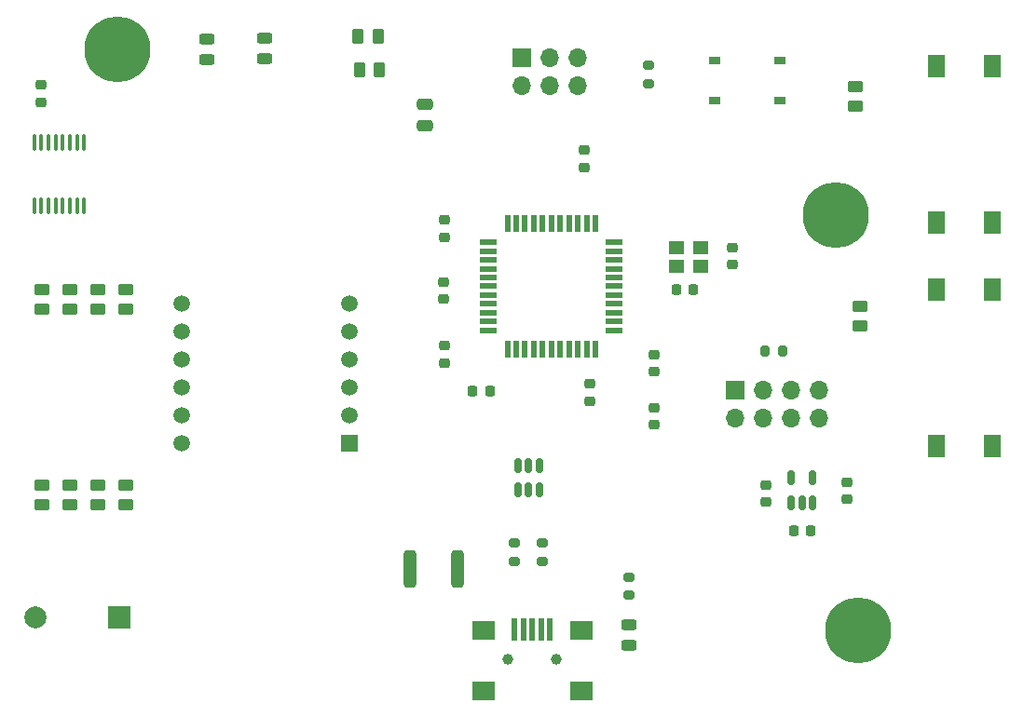
<source format=gbr>
%TF.GenerationSoftware,KiCad,Pcbnew,(7.0.0)*%
%TF.CreationDate,2023-04-20T13:48:58-06:00*%
%TF.ProjectId,Phase_B_ATMEGA_v3,50686173-655f-4425-9f41-544d4547415f,rev?*%
%TF.SameCoordinates,Original*%
%TF.FileFunction,Soldermask,Top*%
%TF.FilePolarity,Negative*%
%FSLAX46Y46*%
G04 Gerber Fmt 4.6, Leading zero omitted, Abs format (unit mm)*
G04 Created by KiCad (PCBNEW (7.0.0)) date 2023-04-20 13:48:58*
%MOMM*%
%LPD*%
G01*
G04 APERTURE LIST*
G04 Aperture macros list*
%AMRoundRect*
0 Rectangle with rounded corners*
0 $1 Rounding radius*
0 $2 $3 $4 $5 $6 $7 $8 $9 X,Y pos of 4 corners*
0 Add a 4 corners polygon primitive as box body*
4,1,4,$2,$3,$4,$5,$6,$7,$8,$9,$2,$3,0*
0 Add four circle primitives for the rounded corners*
1,1,$1+$1,$2,$3*
1,1,$1+$1,$4,$5*
1,1,$1+$1,$6,$7*
1,1,$1+$1,$8,$9*
0 Add four rect primitives between the rounded corners*
20,1,$1+$1,$2,$3,$4,$5,0*
20,1,$1+$1,$4,$5,$6,$7,0*
20,1,$1+$1,$6,$7,$8,$9,0*
20,1,$1+$1,$8,$9,$2,$3,0*%
G04 Aperture macros list end*
%ADD10RoundRect,0.225000X-0.225000X-0.250000X0.225000X-0.250000X0.225000X0.250000X-0.225000X0.250000X0*%
%ADD11R,1.500000X1.500000*%
%ADD12C,1.500000*%
%ADD13RoundRect,0.243750X-0.456250X0.243750X-0.456250X-0.243750X0.456250X-0.243750X0.456250X0.243750X0*%
%ADD14RoundRect,0.200000X0.275000X-0.200000X0.275000X0.200000X-0.275000X0.200000X-0.275000X-0.200000X0*%
%ADD15RoundRect,0.243750X0.456250X-0.243750X0.456250X0.243750X-0.456250X0.243750X-0.456250X-0.243750X0*%
%ADD16RoundRect,0.250000X-0.450000X0.262500X-0.450000X-0.262500X0.450000X-0.262500X0.450000X0.262500X0*%
%ADD17C,6.000000*%
%ADD18RoundRect,0.100000X0.100000X-0.637500X0.100000X0.637500X-0.100000X0.637500X-0.100000X-0.637500X0*%
%ADD19R,0.550000X1.500000*%
%ADD20R,1.500000X0.550000*%
%ADD21RoundRect,0.150000X0.150000X-0.512500X0.150000X0.512500X-0.150000X0.512500X-0.150000X-0.512500X0*%
%ADD22RoundRect,0.225000X-0.250000X0.225000X-0.250000X-0.225000X0.250000X-0.225000X0.250000X0.225000X0*%
%ADD23RoundRect,0.225000X0.250000X-0.225000X0.250000X0.225000X-0.250000X0.225000X-0.250000X-0.225000X0*%
%ADD24R,1.500000X2.000000*%
%ADD25R,1.700000X1.700000*%
%ADD26O,1.700000X1.700000*%
%ADD27RoundRect,0.200000X-0.200000X-0.275000X0.200000X-0.275000X0.200000X0.275000X-0.200000X0.275000X0*%
%ADD28C,1.000000*%
%ADD29R,0.500000X2.000000*%
%ADD30R,2.000000X1.700000*%
%ADD31R,2.000000X2.000000*%
%ADD32C,2.000000*%
%ADD33R,1.000000X0.700000*%
%ADD34RoundRect,0.250000X0.312500X1.450000X-0.312500X1.450000X-0.312500X-1.450000X0.312500X-1.450000X0*%
%ADD35RoundRect,0.250000X0.475000X-0.250000X0.475000X0.250000X-0.475000X0.250000X-0.475000X-0.250000X0*%
%ADD36RoundRect,0.200000X-0.275000X0.200000X-0.275000X-0.200000X0.275000X-0.200000X0.275000X0.200000X0*%
%ADD37R,1.400000X1.200000*%
%ADD38RoundRect,0.250000X0.262500X0.450000X-0.262500X0.450000X-0.262500X-0.450000X0.262500X-0.450000X0*%
%ADD39RoundRect,0.225000X0.225000X0.250000X-0.225000X0.250000X-0.225000X-0.250000X0.225000X-0.250000X0*%
G04 APERTURE END LIST*
D10*
%TO.C,C3*%
X159217000Y-52070000D03*
X160767000Y-52070000D03*
%TD*%
D11*
%TO.C,U1*%
X129539999Y-66039999D03*
D12*
X129540000Y-63500000D03*
X129540000Y-60960000D03*
X129540000Y-58420000D03*
X129540000Y-55880000D03*
X129540000Y-53340000D03*
X114300000Y-53340000D03*
X114300000Y-55880000D03*
X114300000Y-58420000D03*
X114300000Y-60960000D03*
X114300000Y-63500000D03*
X114300000Y-66040000D03*
%TD*%
D13*
%TO.C,D2*%
X121793000Y-29240000D03*
X121793000Y-31115000D03*
%TD*%
D14*
%TO.C,R15*%
X144515000Y-76822500D03*
X144515000Y-75172500D03*
%TD*%
D15*
%TO.C,D3*%
X154940000Y-84425000D03*
X154940000Y-82550000D03*
%TD*%
D16*
%TO.C,R11*%
X101600000Y-52070000D03*
X101600000Y-53895000D03*
%TD*%
D17*
%TO.C,REF\u002A\u002A*%
X175768000Y-83108800D03*
%TD*%
D18*
%TO.C,U2*%
X100860000Y-44450000D03*
X101510000Y-44450000D03*
X102160000Y-44450000D03*
X102810000Y-44450000D03*
X103460000Y-44450000D03*
X104110000Y-44450000D03*
X104760000Y-44450000D03*
X105410000Y-44450000D03*
X105410000Y-38725000D03*
X104760000Y-38725000D03*
X104110000Y-38725000D03*
X103460000Y-38725000D03*
X102810000Y-38725000D03*
X102160000Y-38725000D03*
X101510000Y-38725000D03*
X100860000Y-38725000D03*
%TD*%
D19*
%TO.C,U3*%
X143854999Y-57504999D03*
X144654999Y-57504999D03*
X145454999Y-57504999D03*
X146254999Y-57504999D03*
X147054999Y-57504999D03*
X147854999Y-57504999D03*
X148654999Y-57504999D03*
X149454999Y-57504999D03*
X150254999Y-57504999D03*
X151054999Y-57504999D03*
X151854999Y-57504999D03*
D20*
X153554999Y-55804999D03*
X153554999Y-55004999D03*
X153554999Y-54204999D03*
X153554999Y-53404999D03*
X153554999Y-52604999D03*
X153554999Y-51804999D03*
X153554999Y-51004999D03*
X153554999Y-50204999D03*
X153554999Y-49404999D03*
X153554999Y-48604999D03*
X153554999Y-47804999D03*
D19*
X151854999Y-46104999D03*
X151054999Y-46104999D03*
X150254999Y-46104999D03*
X149454999Y-46104999D03*
X148654999Y-46104999D03*
X147854999Y-46104999D03*
X147054999Y-46104999D03*
X146254999Y-46104999D03*
X145454999Y-46104999D03*
X144654999Y-46104999D03*
X143854999Y-46104999D03*
D20*
X142154999Y-47804999D03*
X142154999Y-48604999D03*
X142154999Y-49404999D03*
X142154999Y-50204999D03*
X142154999Y-51004999D03*
X142154999Y-51804999D03*
X142154999Y-52604999D03*
X142154999Y-53404999D03*
X142154999Y-54204999D03*
X142154999Y-55004999D03*
X142154999Y-55804999D03*
%TD*%
D14*
%TO.C,R13*%
X156718000Y-33375600D03*
X156718000Y-31725600D03*
%TD*%
D17*
%TO.C,REF\u002A\u002A*%
X173685200Y-45313600D03*
%TD*%
%TO.C,REF\u002A\u002A*%
X108458000Y-30276800D03*
%TD*%
D21*
%TO.C,U5*%
X169672000Y-71501000D03*
X170622000Y-71501000D03*
X171572000Y-71501000D03*
X171572000Y-69226000D03*
X169672000Y-69226000D03*
%TD*%
D16*
%TO.C,R8*%
X106680000Y-69850000D03*
X106680000Y-71675000D03*
%TD*%
D22*
%TO.C,C15*%
X174752000Y-69596000D03*
X174752000Y-71146000D03*
%TD*%
D16*
%TO.C,R7*%
X101600000Y-69850000D03*
X101600000Y-71675000D03*
%TD*%
D23*
%TO.C,C12*%
X138049000Y-52959000D03*
X138049000Y-51409000D03*
%TD*%
D24*
%TO.C,S2*%
X182879999Y-66369999D03*
X182879999Y-52069999D03*
X187879999Y-66369999D03*
X187879999Y-52069999D03*
%TD*%
D25*
%TO.C,J1*%
X145160999Y-30987999D03*
D26*
X145160999Y-33527999D03*
X147700999Y-30987999D03*
X147700999Y-33527999D03*
X150240999Y-30987999D03*
X150240999Y-33527999D03*
%TD*%
D16*
%TO.C,R1*%
X175514000Y-33608000D03*
X175514000Y-35433000D03*
%TD*%
D23*
%TO.C,C2*%
X164297000Y-49810000D03*
X164297000Y-48260000D03*
%TD*%
D27*
%TO.C,R17*%
X167257000Y-57674000D03*
X168907000Y-57674000D03*
%TD*%
D16*
%TO.C,R10*%
X109220000Y-52070000D03*
X109220000Y-53895000D03*
%TD*%
D28*
%TO.C,J2*%
X143925000Y-85712500D03*
X148325000Y-85712500D03*
D29*
X144524999Y-83012499D03*
X145324999Y-83012499D03*
X146124999Y-83012499D03*
X146924999Y-83012499D03*
X147724999Y-83012499D03*
D30*
X141674999Y-83112499D03*
X141674999Y-88562499D03*
X150574999Y-83112499D03*
X150574999Y-88562499D03*
%TD*%
D23*
%TO.C,C7*%
X138165000Y-47345000D03*
X138165000Y-45795000D03*
%TD*%
D31*
%TO.C,LS1*%
X108564999Y-81914999D03*
D32*
X100965000Y-81915000D03*
%TD*%
D22*
%TO.C,C9*%
X157226000Y-62865000D03*
X157226000Y-64415000D03*
%TD*%
D16*
%TO.C,R5*%
X104140000Y-52070000D03*
X104140000Y-53895000D03*
%TD*%
D21*
%TO.C,U4*%
X144835000Y-70340000D03*
X145785000Y-70340000D03*
X146735000Y-70340000D03*
X146735000Y-68065000D03*
X145785000Y-68065000D03*
X144835000Y-68065000D03*
%TD*%
D16*
%TO.C,R6*%
X106680000Y-52070000D03*
X106680000Y-53895000D03*
%TD*%
D33*
%TO.C,S3*%
X162655999Y-31241999D03*
X168655999Y-31241999D03*
X162655999Y-34941999D03*
X168655999Y-34941999D03*
%TD*%
D16*
%TO.C,R9*%
X109220000Y-69850000D03*
X109220000Y-71675000D03*
%TD*%
D23*
%TO.C,C1*%
X101473000Y-35052000D03*
X101473000Y-33502000D03*
%TD*%
D34*
%TO.C,F1*%
X139297500Y-77470000D03*
X135022500Y-77470000D03*
%TD*%
D35*
%TO.C,C8*%
X136347200Y-37185600D03*
X136347200Y-35285600D03*
%TD*%
D16*
%TO.C,R2*%
X175895000Y-53594000D03*
X175895000Y-55419000D03*
%TD*%
D25*
%TO.C,J3*%
X164591999Y-61213999D03*
D26*
X164591999Y-63753999D03*
X167131999Y-61213999D03*
X167131999Y-63753999D03*
X169671999Y-61213999D03*
X169671999Y-63753999D03*
X172211999Y-61213999D03*
X172211999Y-63753999D03*
%TD*%
D10*
%TO.C,C13*%
X169900000Y-74041000D03*
X171450000Y-74041000D03*
%TD*%
D36*
%TO.C,R16*%
X154940000Y-78233000D03*
X154940000Y-79883000D03*
%TD*%
D37*
%TO.C,Y1*%
X161416999Y-48259999D03*
X159216999Y-48259999D03*
X159216999Y-49959999D03*
X161416999Y-49959999D03*
%TD*%
D38*
%TO.C,R4*%
X132103500Y-29083000D03*
X130278500Y-29083000D03*
%TD*%
D22*
%TO.C,C6*%
X138165000Y-57225000D03*
X138165000Y-58775000D03*
%TD*%
%TO.C,C14*%
X167386000Y-69850000D03*
X167386000Y-71400000D03*
%TD*%
D14*
%TO.C,R14*%
X147055000Y-76822500D03*
X147055000Y-75172500D03*
%TD*%
D39*
%TO.C,C5*%
X142255000Y-61315000D03*
X140705000Y-61315000D03*
%TD*%
D22*
%TO.C,C11*%
X157215000Y-58000000D03*
X157215000Y-59550000D03*
%TD*%
D24*
%TO.C,S1*%
X182879999Y-46049999D03*
X182879999Y-31749999D03*
X187879999Y-46049999D03*
X187879999Y-31749999D03*
%TD*%
D22*
%TO.C,C4*%
X151384000Y-60680000D03*
X151384000Y-62230000D03*
%TD*%
D23*
%TO.C,C10*%
X150865000Y-40995000D03*
X150865000Y-39445000D03*
%TD*%
D16*
%TO.C,R12*%
X104140000Y-69850000D03*
X104140000Y-71675000D03*
%TD*%
D38*
%TO.C,R3*%
X132230500Y-32131000D03*
X130405500Y-32131000D03*
%TD*%
D13*
%TO.C,D1*%
X116586000Y-29288500D03*
X116586000Y-31163500D03*
%TD*%
M02*

</source>
